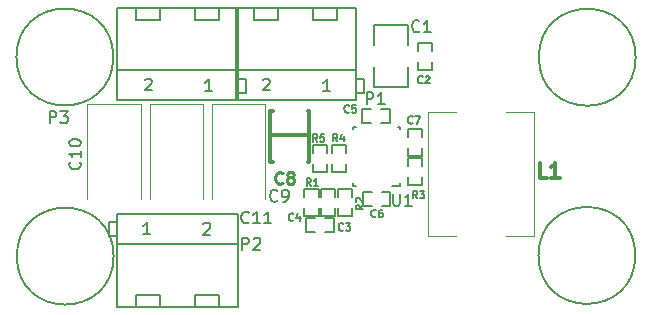
<source format=gbr>
%TF.GenerationSoftware,KiCad,Pcbnew,5.1.8-db9833491~88~ubuntu20.04.1*%
%TF.CreationDate,2020-12-10T20:55:53+01:00*%
%TF.ProjectId,Boost_DC_Converter_TPS61088RHLR,426f6f73-745f-4444-935f-436f6e766572,V1.0*%
%TF.SameCoordinates,Original*%
%TF.FileFunction,Legend,Top*%
%TF.FilePolarity,Positive*%
%FSLAX46Y46*%
G04 Gerber Fmt 4.6, Leading zero omitted, Abs format (unit mm)*
G04 Created by KiCad (PCBNEW 5.1.8-db9833491~88~ubuntu20.04.1) date 2020-12-10 20:55:53*
%MOMM*%
%LPD*%
G01*
G04 APERTURE LIST*
%ADD10C,0.152400*%
%ADD11C,0.150000*%
%ADD12C,0.305000*%
%ADD13C,0.120000*%
%ADD14C,0.127000*%
%ADD15C,0.250000*%
%ADD16C,0.317500*%
G04 APERTURE END LIST*
D10*
%TO.C,U1*%
X162974919Y-50934920D02*
X162289919Y-50934920D01*
X162974919Y-50749922D02*
X162974919Y-50934920D01*
X159024919Y-50749922D02*
X159024919Y-50934920D01*
X159209917Y-50934920D02*
X159024919Y-50934920D01*
X159209917Y-45985080D02*
X159024919Y-45985080D01*
X159024919Y-45985080D02*
X159024919Y-46170078D01*
X162975081Y-45985080D02*
X162790083Y-45985080D01*
X162975081Y-45985080D02*
X162975081Y-46170078D01*
D11*
%TO.C,C1*%
X160770000Y-37320000D02*
X160770000Y-39020000D01*
X160770000Y-37320000D02*
X163670000Y-37320000D01*
X163670000Y-37320000D02*
X163670000Y-39020000D01*
X163670000Y-42570000D02*
X163670000Y-40920000D01*
X160770000Y-42620000D02*
X160770000Y-40920000D01*
X160770000Y-42620000D02*
X163670000Y-42620000D01*
%TO.C,C2*%
X165700000Y-38850000D02*
X165700000Y-39550000D01*
X164500000Y-38850000D02*
X165700000Y-38850000D01*
X164500000Y-39550000D02*
X164500000Y-38850000D01*
X165700000Y-41150000D02*
X165700000Y-40450000D01*
X164500000Y-41150000D02*
X165700000Y-41150000D01*
X164500000Y-40450000D02*
X164500000Y-41150000D01*
%TO.C,C3*%
X156660000Y-54880000D02*
X157360000Y-54880000D01*
X157360000Y-54880000D02*
X157360000Y-53680000D01*
X157360000Y-53680000D02*
X156660000Y-53680000D01*
X155760000Y-54880000D02*
X155060000Y-54880000D01*
X155060000Y-54880000D02*
X155060000Y-53680000D01*
X155060000Y-53680000D02*
X155760000Y-53680000D01*
%TO.C,C4*%
X156080000Y-51900000D02*
X156080000Y-51200000D01*
X156080000Y-51200000D02*
X154880000Y-51200000D01*
X154880000Y-51200000D02*
X154880000Y-51900000D01*
X156080000Y-52800000D02*
X156080000Y-53500000D01*
X156080000Y-53500000D02*
X154880000Y-53500000D01*
X154880000Y-53500000D02*
X154880000Y-52800000D01*
%TO.C,C5*%
X159800000Y-44470000D02*
X160500000Y-44470000D01*
X159800000Y-45670000D02*
X159800000Y-44470000D01*
X160500000Y-45670000D02*
X159800000Y-45670000D01*
X162100000Y-44470000D02*
X161400000Y-44470000D01*
X162100000Y-45670000D02*
X162100000Y-44470000D01*
X161400000Y-45670000D02*
X162100000Y-45670000D01*
%TO.C,C6*%
X159870000Y-51500000D02*
X160570000Y-51500000D01*
X159870000Y-52700000D02*
X159870000Y-51500000D01*
X160570000Y-52700000D02*
X159870000Y-52700000D01*
X162170000Y-51500000D02*
X161470000Y-51500000D01*
X162170000Y-52700000D02*
X162170000Y-51500000D01*
X161470000Y-52700000D02*
X162170000Y-52700000D01*
%TO.C,C7*%
X164840000Y-46820000D02*
X164840000Y-46120000D01*
X164840000Y-46120000D02*
X163640000Y-46120000D01*
X163640000Y-46120000D02*
X163640000Y-46820000D01*
X164840000Y-47720000D02*
X164840000Y-48420000D01*
X164840000Y-48420000D02*
X163640000Y-48420000D01*
X163640000Y-48420000D02*
X163640000Y-47720000D01*
D12*
%TO.C,C8*%
X152000000Y-48930000D02*
X152200000Y-48930000D01*
X152000000Y-44630000D02*
X152000000Y-48930000D01*
X152000000Y-44630000D02*
X152200000Y-44630000D01*
X155300000Y-48930000D02*
X155300000Y-44730000D01*
X155300000Y-48930000D02*
X155200000Y-48930000D01*
X155300000Y-44630000D02*
X155200000Y-44630000D01*
X152000000Y-46630000D02*
X155200000Y-46630000D01*
D13*
%TO.C,C9*%
X147040000Y-44030000D02*
X147040000Y-52090000D01*
X151560000Y-44030000D02*
X147040000Y-44030000D01*
X151560000Y-52090000D02*
X151560000Y-44030000D01*
%TO.C,C10*%
X141030000Y-52100000D02*
X141030000Y-44040000D01*
X141030000Y-44040000D02*
X136510000Y-44040000D01*
X136510000Y-44040000D02*
X136510000Y-52100000D01*
%TO.C,C11*%
X141780000Y-44040000D02*
X141780000Y-52100000D01*
X146300000Y-44040000D02*
X141780000Y-44040000D01*
X146300000Y-52100000D02*
X146300000Y-44040000D01*
D11*
%TO.C,P1*%
X159250000Y-43690000D02*
X149050000Y-43690000D01*
X159250000Y-35890000D02*
X149050000Y-35890000D01*
X159250000Y-35890000D02*
X159250000Y-43690000D01*
X149050000Y-43690000D02*
X149050000Y-35890000D01*
X155650000Y-35890000D02*
X155650000Y-36890000D01*
X155650000Y-36890000D02*
X157650000Y-36890000D01*
X157650000Y-36890000D02*
X157650000Y-35890000D01*
X150650000Y-35890000D02*
X150650000Y-36890000D01*
X150650000Y-36890000D02*
X152650000Y-36890000D01*
X152650000Y-36890000D02*
X152650000Y-35890000D01*
X159250000Y-41190000D02*
X149050000Y-41190000D01*
X159250000Y-43090000D02*
X159950000Y-43090000D01*
X159250000Y-41890000D02*
X159950000Y-41890000D01*
X159950000Y-43090000D02*
X159950000Y-41890000D01*
%TO.C,P2*%
X138350000Y-53980000D02*
X138350000Y-55180000D01*
X139050000Y-55180000D02*
X138350000Y-55180000D01*
X139050000Y-53980000D02*
X138350000Y-53980000D01*
X139050000Y-55880000D02*
X149250000Y-55880000D01*
X145650000Y-60180000D02*
X145650000Y-61180000D01*
X147650000Y-60180000D02*
X145650000Y-60180000D01*
X147650000Y-61180000D02*
X147650000Y-60180000D01*
X140650000Y-60180000D02*
X140650000Y-61180000D01*
X142650000Y-60180000D02*
X140650000Y-60180000D01*
X142650000Y-61180000D02*
X142650000Y-60180000D01*
X149250000Y-53380000D02*
X149250000Y-61180000D01*
X139050000Y-61180000D02*
X139050000Y-53380000D01*
X139050000Y-61180000D02*
X149250000Y-61180000D01*
X139050000Y-53380000D02*
X149250000Y-53380000D01*
%TO.C,P3*%
X149950000Y-43090000D02*
X149950000Y-41890000D01*
X149250000Y-41890000D02*
X149950000Y-41890000D01*
X149250000Y-43090000D02*
X149950000Y-43090000D01*
X149250000Y-41190000D02*
X139050000Y-41190000D01*
X142650000Y-36890000D02*
X142650000Y-35890000D01*
X140650000Y-36890000D02*
X142650000Y-36890000D01*
X140650000Y-35890000D02*
X140650000Y-36890000D01*
X147650000Y-36890000D02*
X147650000Y-35890000D01*
X145650000Y-36890000D02*
X147650000Y-36890000D01*
X145650000Y-35890000D02*
X145650000Y-36890000D01*
X139050000Y-43690000D02*
X139050000Y-35890000D01*
X149250000Y-35890000D02*
X149250000Y-43690000D01*
X149250000Y-35890000D02*
X139050000Y-35890000D01*
X149250000Y-43690000D02*
X139050000Y-43690000D01*
%TO.C,R1*%
X157510000Y-51900000D02*
X157510000Y-51200000D01*
X157510000Y-51200000D02*
X156310000Y-51200000D01*
X156310000Y-51200000D02*
X156310000Y-51900000D01*
X157510000Y-52800000D02*
X157510000Y-53500000D01*
X157510000Y-53500000D02*
X156310000Y-53500000D01*
X156310000Y-53500000D02*
X156310000Y-52800000D01*
%TO.C,R2*%
X157750000Y-53510000D02*
X157750000Y-52810000D01*
X158950000Y-53510000D02*
X157750000Y-53510000D01*
X158950000Y-52810000D02*
X158950000Y-53510000D01*
X157750000Y-51210000D02*
X157750000Y-51910000D01*
X158950000Y-51210000D02*
X157750000Y-51210000D01*
X158950000Y-51910000D02*
X158950000Y-51210000D01*
%TO.C,R3*%
X164840000Y-48590000D02*
X164840000Y-49290000D01*
X163640000Y-48590000D02*
X164840000Y-48590000D01*
X163640000Y-49290000D02*
X163640000Y-48590000D01*
X164840000Y-50890000D02*
X164840000Y-50190000D01*
X163640000Y-50890000D02*
X164840000Y-50890000D01*
X163640000Y-50190000D02*
X163640000Y-50890000D01*
%TO.C,R4*%
X158420000Y-48200000D02*
X158420000Y-47500000D01*
X158420000Y-47500000D02*
X157220000Y-47500000D01*
X157220000Y-47500000D02*
X157220000Y-48200000D01*
X158420000Y-49100000D02*
X158420000Y-49800000D01*
X158420000Y-49800000D02*
X157220000Y-49800000D01*
X157220000Y-49800000D02*
X157220000Y-49100000D01*
%TO.C,R5*%
X156830000Y-47480000D02*
X156830000Y-48180000D01*
X155630000Y-47480000D02*
X156830000Y-47480000D01*
X155630000Y-48180000D02*
X155630000Y-47480000D01*
X156830000Y-49780000D02*
X156830000Y-49080000D01*
X155630000Y-49780000D02*
X156830000Y-49780000D01*
X155630000Y-49080000D02*
X155630000Y-49780000D01*
D13*
%TO.C,L1*%
X167720000Y-44740000D02*
X165320000Y-44740000D01*
X165320000Y-55240000D02*
X167720000Y-55240000D01*
X165320000Y-44740000D02*
X165320000Y-55240000D01*
X174320000Y-44740000D02*
X171920000Y-44740000D01*
X174320000Y-55240000D02*
X174320000Y-44740000D01*
X171920000Y-55240000D02*
X174320000Y-55240000D01*
D11*
%TO.C,MH1*%
X138730000Y-56910000D02*
G75*
G03*
X138730000Y-56910000I-4100000J0D01*
G01*
%TO.C,MH2*%
X182900000Y-56850000D02*
G75*
G03*
X182900000Y-56850000I-4100000J0D01*
G01*
%TO.C,MH3*%
X138700000Y-40050000D02*
G75*
G03*
X138700000Y-40050000I-4100000J0D01*
G01*
%TO.C,MH4*%
X182930000Y-40070000D02*
G75*
G03*
X182930000Y-40070000I-4100000J0D01*
G01*
%TO.C,U1*%
X162398095Y-51632380D02*
X162398095Y-52441904D01*
X162445714Y-52537142D01*
X162493333Y-52584761D01*
X162588571Y-52632380D01*
X162779047Y-52632380D01*
X162874285Y-52584761D01*
X162921904Y-52537142D01*
X162969523Y-52441904D01*
X162969523Y-51632380D01*
X163969523Y-52632380D02*
X163398095Y-52632380D01*
X163683809Y-52632380D02*
X163683809Y-51632380D01*
X163588571Y-51775238D01*
X163493333Y-51870476D01*
X163398095Y-51918095D01*
%TO.C,C1*%
X164613333Y-37847142D02*
X164565714Y-37894761D01*
X164422857Y-37942380D01*
X164327619Y-37942380D01*
X164184761Y-37894761D01*
X164089523Y-37799523D01*
X164041904Y-37704285D01*
X163994285Y-37513809D01*
X163994285Y-37370952D01*
X164041904Y-37180476D01*
X164089523Y-37085238D01*
X164184761Y-36990000D01*
X164327619Y-36942380D01*
X164422857Y-36942380D01*
X164565714Y-36990000D01*
X164613333Y-37037619D01*
X165565714Y-37942380D02*
X164994285Y-37942380D01*
X165280000Y-37942380D02*
X165280000Y-36942380D01*
X165184761Y-37085238D01*
X165089523Y-37180476D01*
X164994285Y-37228095D01*
%TO.C,C2*%
D14*
X164894166Y-42226785D02*
X164863928Y-42257023D01*
X164773214Y-42287261D01*
X164712738Y-42287261D01*
X164622023Y-42257023D01*
X164561547Y-42196547D01*
X164531309Y-42136071D01*
X164501071Y-42015119D01*
X164501071Y-41924404D01*
X164531309Y-41803452D01*
X164561547Y-41742976D01*
X164622023Y-41682500D01*
X164712738Y-41652261D01*
X164773214Y-41652261D01*
X164863928Y-41682500D01*
X164894166Y-41712738D01*
X165136071Y-41712738D02*
X165166309Y-41682500D01*
X165226785Y-41652261D01*
X165377976Y-41652261D01*
X165438452Y-41682500D01*
X165468690Y-41712738D01*
X165498928Y-41773214D01*
X165498928Y-41833690D01*
X165468690Y-41924404D01*
X165105833Y-42287261D01*
X165498928Y-42287261D01*
%TO.C,C3*%
X158164166Y-54686785D02*
X158133928Y-54717023D01*
X158043214Y-54747261D01*
X157982738Y-54747261D01*
X157892023Y-54717023D01*
X157831547Y-54656547D01*
X157801309Y-54596071D01*
X157771071Y-54475119D01*
X157771071Y-54384404D01*
X157801309Y-54263452D01*
X157831547Y-54202976D01*
X157892023Y-54142500D01*
X157982738Y-54112261D01*
X158043214Y-54112261D01*
X158133928Y-54142500D01*
X158164166Y-54172738D01*
X158375833Y-54112261D02*
X158768928Y-54112261D01*
X158557261Y-54354166D01*
X158647976Y-54354166D01*
X158708452Y-54384404D01*
X158738690Y-54414642D01*
X158768928Y-54475119D01*
X158768928Y-54626309D01*
X158738690Y-54686785D01*
X158708452Y-54717023D01*
X158647976Y-54747261D01*
X158466547Y-54747261D01*
X158406071Y-54717023D01*
X158375833Y-54686785D01*
%TO.C,C4*%
X153944166Y-53846785D02*
X153913928Y-53877023D01*
X153823214Y-53907261D01*
X153762738Y-53907261D01*
X153672023Y-53877023D01*
X153611547Y-53816547D01*
X153581309Y-53756071D01*
X153551071Y-53635119D01*
X153551071Y-53544404D01*
X153581309Y-53423452D01*
X153611547Y-53362976D01*
X153672023Y-53302500D01*
X153762738Y-53272261D01*
X153823214Y-53272261D01*
X153913928Y-53302500D01*
X153944166Y-53332738D01*
X154488452Y-53483928D02*
X154488452Y-53907261D01*
X154337261Y-53242023D02*
X154186071Y-53695595D01*
X154579166Y-53695595D01*
%TO.C,C5*%
X158654166Y-44696785D02*
X158623928Y-44727023D01*
X158533214Y-44757261D01*
X158472738Y-44757261D01*
X158382023Y-44727023D01*
X158321547Y-44666547D01*
X158291309Y-44606071D01*
X158261071Y-44485119D01*
X158261071Y-44394404D01*
X158291309Y-44273452D01*
X158321547Y-44212976D01*
X158382023Y-44152500D01*
X158472738Y-44122261D01*
X158533214Y-44122261D01*
X158623928Y-44152500D01*
X158654166Y-44182738D01*
X159228690Y-44122261D02*
X158926309Y-44122261D01*
X158896071Y-44424642D01*
X158926309Y-44394404D01*
X158986785Y-44364166D01*
X159137976Y-44364166D01*
X159198452Y-44394404D01*
X159228690Y-44424642D01*
X159258928Y-44485119D01*
X159258928Y-44636309D01*
X159228690Y-44696785D01*
X159198452Y-44727023D01*
X159137976Y-44757261D01*
X158986785Y-44757261D01*
X158926309Y-44727023D01*
X158896071Y-44696785D01*
%TO.C,C6*%
X160924166Y-53546785D02*
X160893928Y-53577023D01*
X160803214Y-53607261D01*
X160742738Y-53607261D01*
X160652023Y-53577023D01*
X160591547Y-53516547D01*
X160561309Y-53456071D01*
X160531071Y-53335119D01*
X160531071Y-53244404D01*
X160561309Y-53123452D01*
X160591547Y-53062976D01*
X160652023Y-53002500D01*
X160742738Y-52972261D01*
X160803214Y-52972261D01*
X160893928Y-53002500D01*
X160924166Y-53032738D01*
X161468452Y-52972261D02*
X161347500Y-52972261D01*
X161287023Y-53002500D01*
X161256785Y-53032738D01*
X161196309Y-53123452D01*
X161166071Y-53244404D01*
X161166071Y-53486309D01*
X161196309Y-53546785D01*
X161226547Y-53577023D01*
X161287023Y-53607261D01*
X161407976Y-53607261D01*
X161468452Y-53577023D01*
X161498690Y-53546785D01*
X161528928Y-53486309D01*
X161528928Y-53335119D01*
X161498690Y-53274642D01*
X161468452Y-53244404D01*
X161407976Y-53214166D01*
X161287023Y-53214166D01*
X161226547Y-53244404D01*
X161196309Y-53274642D01*
X161166071Y-53335119D01*
%TO.C,C7*%
X164054166Y-45626785D02*
X164023928Y-45657023D01*
X163933214Y-45687261D01*
X163872738Y-45687261D01*
X163782023Y-45657023D01*
X163721547Y-45596547D01*
X163691309Y-45536071D01*
X163661071Y-45415119D01*
X163661071Y-45324404D01*
X163691309Y-45203452D01*
X163721547Y-45142976D01*
X163782023Y-45082500D01*
X163872738Y-45052261D01*
X163933214Y-45052261D01*
X164023928Y-45082500D01*
X164054166Y-45112738D01*
X164265833Y-45052261D02*
X164689166Y-45052261D01*
X164417023Y-45687261D01*
%TO.C,C8*%
D15*
X153043333Y-50707142D02*
X152995714Y-50754761D01*
X152852857Y-50802380D01*
X152757619Y-50802380D01*
X152614761Y-50754761D01*
X152519523Y-50659523D01*
X152471904Y-50564285D01*
X152424285Y-50373809D01*
X152424285Y-50230952D01*
X152471904Y-50040476D01*
X152519523Y-49945238D01*
X152614761Y-49850000D01*
X152757619Y-49802380D01*
X152852857Y-49802380D01*
X152995714Y-49850000D01*
X153043333Y-49897619D01*
X153614761Y-50230952D02*
X153519523Y-50183333D01*
X153471904Y-50135714D01*
X153424285Y-50040476D01*
X153424285Y-49992857D01*
X153471904Y-49897619D01*
X153519523Y-49850000D01*
X153614761Y-49802380D01*
X153805238Y-49802380D01*
X153900476Y-49850000D01*
X153948095Y-49897619D01*
X153995714Y-49992857D01*
X153995714Y-50040476D01*
X153948095Y-50135714D01*
X153900476Y-50183333D01*
X153805238Y-50230952D01*
X153614761Y-50230952D01*
X153519523Y-50278571D01*
X153471904Y-50326190D01*
X153424285Y-50421428D01*
X153424285Y-50611904D01*
X153471904Y-50707142D01*
X153519523Y-50754761D01*
X153614761Y-50802380D01*
X153805238Y-50802380D01*
X153900476Y-50754761D01*
X153948095Y-50707142D01*
X153995714Y-50611904D01*
X153995714Y-50421428D01*
X153948095Y-50326190D01*
X153900476Y-50278571D01*
X153805238Y-50230952D01*
%TO.C,C9*%
D11*
X152593333Y-52197142D02*
X152545714Y-52244761D01*
X152402857Y-52292380D01*
X152307619Y-52292380D01*
X152164761Y-52244761D01*
X152069523Y-52149523D01*
X152021904Y-52054285D01*
X151974285Y-51863809D01*
X151974285Y-51720952D01*
X152021904Y-51530476D01*
X152069523Y-51435238D01*
X152164761Y-51340000D01*
X152307619Y-51292380D01*
X152402857Y-51292380D01*
X152545714Y-51340000D01*
X152593333Y-51387619D01*
X153069523Y-52292380D02*
X153260000Y-52292380D01*
X153355238Y-52244761D01*
X153402857Y-52197142D01*
X153498095Y-52054285D01*
X153545714Y-51863809D01*
X153545714Y-51482857D01*
X153498095Y-51387619D01*
X153450476Y-51340000D01*
X153355238Y-51292380D01*
X153164761Y-51292380D01*
X153069523Y-51340000D01*
X153021904Y-51387619D01*
X152974285Y-51482857D01*
X152974285Y-51720952D01*
X153021904Y-51816190D01*
X153069523Y-51863809D01*
X153164761Y-51911428D01*
X153355238Y-51911428D01*
X153450476Y-51863809D01*
X153498095Y-51816190D01*
X153545714Y-51720952D01*
%TO.C,C10*%
X135867142Y-48932857D02*
X135914761Y-48980476D01*
X135962380Y-49123333D01*
X135962380Y-49218571D01*
X135914761Y-49361428D01*
X135819523Y-49456666D01*
X135724285Y-49504285D01*
X135533809Y-49551904D01*
X135390952Y-49551904D01*
X135200476Y-49504285D01*
X135105238Y-49456666D01*
X135010000Y-49361428D01*
X134962380Y-49218571D01*
X134962380Y-49123333D01*
X135010000Y-48980476D01*
X135057619Y-48932857D01*
X135962380Y-47980476D02*
X135962380Y-48551904D01*
X135962380Y-48266190D02*
X134962380Y-48266190D01*
X135105238Y-48361428D01*
X135200476Y-48456666D01*
X135248095Y-48551904D01*
X134962380Y-47361428D02*
X134962380Y-47266190D01*
X135010000Y-47170952D01*
X135057619Y-47123333D01*
X135152857Y-47075714D01*
X135343333Y-47028095D01*
X135581428Y-47028095D01*
X135771904Y-47075714D01*
X135867142Y-47123333D01*
X135914761Y-47170952D01*
X135962380Y-47266190D01*
X135962380Y-47361428D01*
X135914761Y-47456666D01*
X135867142Y-47504285D01*
X135771904Y-47551904D01*
X135581428Y-47599523D01*
X135343333Y-47599523D01*
X135152857Y-47551904D01*
X135057619Y-47504285D01*
X135010000Y-47456666D01*
X134962380Y-47361428D01*
%TO.C,C11*%
X150167142Y-54037142D02*
X150119523Y-54084761D01*
X149976666Y-54132380D01*
X149881428Y-54132380D01*
X149738571Y-54084761D01*
X149643333Y-53989523D01*
X149595714Y-53894285D01*
X149548095Y-53703809D01*
X149548095Y-53560952D01*
X149595714Y-53370476D01*
X149643333Y-53275238D01*
X149738571Y-53180000D01*
X149881428Y-53132380D01*
X149976666Y-53132380D01*
X150119523Y-53180000D01*
X150167142Y-53227619D01*
X151119523Y-54132380D02*
X150548095Y-54132380D01*
X150833809Y-54132380D02*
X150833809Y-53132380D01*
X150738571Y-53275238D01*
X150643333Y-53370476D01*
X150548095Y-53418095D01*
X152071904Y-54132380D02*
X151500476Y-54132380D01*
X151786190Y-54132380D02*
X151786190Y-53132380D01*
X151690952Y-53275238D01*
X151595714Y-53370476D01*
X151500476Y-53418095D01*
%TO.C,P1*%
X160151904Y-44042380D02*
X160151904Y-43042380D01*
X160532857Y-43042380D01*
X160628095Y-43090000D01*
X160675714Y-43137619D01*
X160723333Y-43232857D01*
X160723333Y-43375714D01*
X160675714Y-43470952D01*
X160628095Y-43518571D01*
X160532857Y-43566190D01*
X160151904Y-43566190D01*
X161675714Y-44042380D02*
X161104285Y-44042380D01*
X161390000Y-44042380D02*
X161390000Y-43042380D01*
X161294761Y-43185238D01*
X161199523Y-43280476D01*
X161104285Y-43328095D01*
X151394285Y-41977619D02*
X151441904Y-41930000D01*
X151537142Y-41882380D01*
X151775238Y-41882380D01*
X151870476Y-41930000D01*
X151918095Y-41977619D01*
X151965714Y-42072857D01*
X151965714Y-42168095D01*
X151918095Y-42310952D01*
X151346666Y-42882380D01*
X151965714Y-42882380D01*
X157055714Y-42922380D02*
X156484285Y-42922380D01*
X156770000Y-42922380D02*
X156770000Y-41922380D01*
X156674761Y-42065238D01*
X156579523Y-42160476D01*
X156484285Y-42208095D01*
%TO.C,P2*%
X149621904Y-56352380D02*
X149621904Y-55352380D01*
X150002857Y-55352380D01*
X150098095Y-55400000D01*
X150145714Y-55447619D01*
X150193333Y-55542857D01*
X150193333Y-55685714D01*
X150145714Y-55780952D01*
X150098095Y-55828571D01*
X150002857Y-55876190D01*
X149621904Y-55876190D01*
X150574285Y-55447619D02*
X150621904Y-55400000D01*
X150717142Y-55352380D01*
X150955238Y-55352380D01*
X151050476Y-55400000D01*
X151098095Y-55447619D01*
X151145714Y-55542857D01*
X151145714Y-55638095D01*
X151098095Y-55780952D01*
X150526666Y-56352380D01*
X151145714Y-56352380D01*
X141815714Y-55052380D02*
X141244285Y-55052380D01*
X141530000Y-55052380D02*
X141530000Y-54052380D01*
X141434761Y-54195238D01*
X141339523Y-54290476D01*
X141244285Y-54338095D01*
X146334285Y-54187619D02*
X146381904Y-54140000D01*
X146477142Y-54092380D01*
X146715238Y-54092380D01*
X146810476Y-54140000D01*
X146858095Y-54187619D01*
X146905714Y-54282857D01*
X146905714Y-54378095D01*
X146858095Y-54520952D01*
X146286666Y-55092380D01*
X146905714Y-55092380D01*
%TO.C,P3*%
X133321904Y-45642380D02*
X133321904Y-44642380D01*
X133702857Y-44642380D01*
X133798095Y-44690000D01*
X133845714Y-44737619D01*
X133893333Y-44832857D01*
X133893333Y-44975714D01*
X133845714Y-45070952D01*
X133798095Y-45118571D01*
X133702857Y-45166190D01*
X133321904Y-45166190D01*
X134226666Y-44642380D02*
X134845714Y-44642380D01*
X134512380Y-45023333D01*
X134655238Y-45023333D01*
X134750476Y-45070952D01*
X134798095Y-45118571D01*
X134845714Y-45213809D01*
X134845714Y-45451904D01*
X134798095Y-45547142D01*
X134750476Y-45594761D01*
X134655238Y-45642380D01*
X134369523Y-45642380D01*
X134274285Y-45594761D01*
X134226666Y-45547142D01*
X147055714Y-42922380D02*
X146484285Y-42922380D01*
X146770000Y-42922380D02*
X146770000Y-41922380D01*
X146674761Y-42065238D01*
X146579523Y-42160476D01*
X146484285Y-42208095D01*
X141394285Y-41977619D02*
X141441904Y-41930000D01*
X141537142Y-41882380D01*
X141775238Y-41882380D01*
X141870476Y-41930000D01*
X141918095Y-41977619D01*
X141965714Y-42072857D01*
X141965714Y-42168095D01*
X141918095Y-42310952D01*
X141346666Y-42882380D01*
X141965714Y-42882380D01*
%TO.C,R1*%
D14*
X155424166Y-50967261D02*
X155212500Y-50664880D01*
X155061309Y-50967261D02*
X155061309Y-50332261D01*
X155303214Y-50332261D01*
X155363690Y-50362500D01*
X155393928Y-50392738D01*
X155424166Y-50453214D01*
X155424166Y-50543928D01*
X155393928Y-50604404D01*
X155363690Y-50634642D01*
X155303214Y-50664880D01*
X155061309Y-50664880D01*
X156028928Y-50967261D02*
X155666071Y-50967261D01*
X155847500Y-50967261D02*
X155847500Y-50332261D01*
X155787023Y-50422976D01*
X155726547Y-50483452D01*
X155666071Y-50513690D01*
%TO.C,R2*%
X159867261Y-52595833D02*
X159564880Y-52807500D01*
X159867261Y-52958690D02*
X159232261Y-52958690D01*
X159232261Y-52716785D01*
X159262500Y-52656309D01*
X159292738Y-52626071D01*
X159353214Y-52595833D01*
X159443928Y-52595833D01*
X159504404Y-52626071D01*
X159534642Y-52656309D01*
X159564880Y-52716785D01*
X159564880Y-52958690D01*
X159292738Y-52353928D02*
X159262500Y-52323690D01*
X159232261Y-52263214D01*
X159232261Y-52112023D01*
X159262500Y-52051547D01*
X159292738Y-52021309D01*
X159353214Y-51991071D01*
X159413690Y-51991071D01*
X159504404Y-52021309D01*
X159867261Y-52384166D01*
X159867261Y-51991071D01*
%TO.C,R3*%
X164424166Y-52007261D02*
X164212500Y-51704880D01*
X164061309Y-52007261D02*
X164061309Y-51372261D01*
X164303214Y-51372261D01*
X164363690Y-51402500D01*
X164393928Y-51432738D01*
X164424166Y-51493214D01*
X164424166Y-51583928D01*
X164393928Y-51644404D01*
X164363690Y-51674642D01*
X164303214Y-51704880D01*
X164061309Y-51704880D01*
X164635833Y-51372261D02*
X165028928Y-51372261D01*
X164817261Y-51614166D01*
X164907976Y-51614166D01*
X164968452Y-51644404D01*
X164998690Y-51674642D01*
X165028928Y-51735119D01*
X165028928Y-51886309D01*
X164998690Y-51946785D01*
X164968452Y-51977023D01*
X164907976Y-52007261D01*
X164726547Y-52007261D01*
X164666071Y-51977023D01*
X164635833Y-51946785D01*
%TO.C,R4*%
X157674166Y-47197261D02*
X157462500Y-46894880D01*
X157311309Y-47197261D02*
X157311309Y-46562261D01*
X157553214Y-46562261D01*
X157613690Y-46592500D01*
X157643928Y-46622738D01*
X157674166Y-46683214D01*
X157674166Y-46773928D01*
X157643928Y-46834404D01*
X157613690Y-46864642D01*
X157553214Y-46894880D01*
X157311309Y-46894880D01*
X158218452Y-46773928D02*
X158218452Y-47197261D01*
X158067261Y-46532023D02*
X157916071Y-46985595D01*
X158309166Y-46985595D01*
%TO.C,R5*%
X155974166Y-47207261D02*
X155762500Y-46904880D01*
X155611309Y-47207261D02*
X155611309Y-46572261D01*
X155853214Y-46572261D01*
X155913690Y-46602500D01*
X155943928Y-46632738D01*
X155974166Y-46693214D01*
X155974166Y-46783928D01*
X155943928Y-46844404D01*
X155913690Y-46874642D01*
X155853214Y-46904880D01*
X155611309Y-46904880D01*
X156548690Y-46572261D02*
X156246309Y-46572261D01*
X156216071Y-46874642D01*
X156246309Y-46844404D01*
X156306785Y-46814166D01*
X156457976Y-46814166D01*
X156518452Y-46844404D01*
X156548690Y-46874642D01*
X156578928Y-46935119D01*
X156578928Y-47086309D01*
X156548690Y-47146785D01*
X156518452Y-47177023D01*
X156457976Y-47207261D01*
X156306785Y-47207261D01*
X156246309Y-47177023D01*
X156216071Y-47146785D01*
%TO.C,L1*%
D16*
X175398333Y-50254523D02*
X174793571Y-50254523D01*
X174793571Y-48984523D01*
X176486904Y-50254523D02*
X175761190Y-50254523D01*
X176124047Y-50254523D02*
X176124047Y-48984523D01*
X176003095Y-49165952D01*
X175882142Y-49286904D01*
X175761190Y-49347380D01*
%TD*%
M02*

</source>
